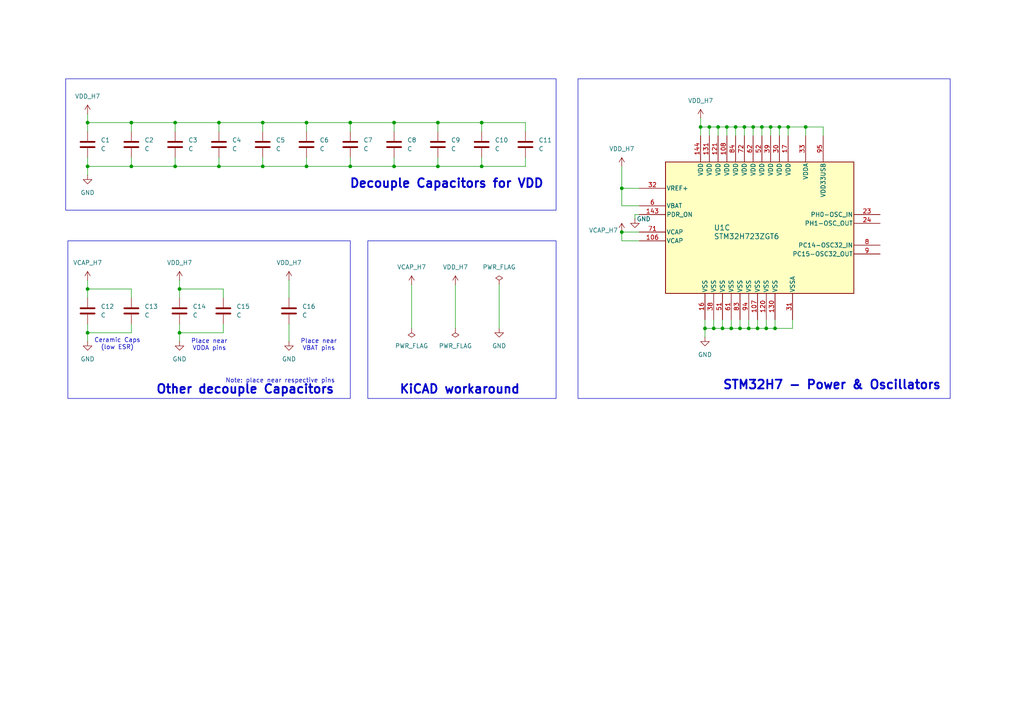
<source format=kicad_sch>
(kicad_sch (version 20231120) (generator "eeschema") (generator_version "8.0")
  (paper "A4")
  (lib_symbols
    (symbol "Device:C" (pin_numbers hide) (pin_names (offset 0.254))
      (property "Reference" "C" (at 0.635 2.54 0))
      (property "Value" "C" (at 0.635 -2.54 0))
      (symbol "C_0_1"
        (polyline (pts (xy -2.032 -0.762) (xy 2.032 -0.762)) (stroke (width 0.508)))
        (polyline (pts (xy -2.032 0.762) (xy 2.032 0.762)) (stroke (width 0.508)))
      )
      (symbol "C_1_1"
        (pin passive line (at 0 3.81 270) (length 2.794) (name "~") (number "1"))
        (pin passive line (at 0 -3.81 90) (length 2.794) (name "~") (number "2"))
      )
    )
    (symbol "STM32H723ZGT6:STM32H723ZGT6" (pin_names (offset 0.254))
      (property "Reference" "U" (at 13.716 -17.018 0))
      (property "Value" "STM32H723ZGT6" (at 22.098 -19.812 0))
      (symbol "STM32H723ZGT6_1_1"
        (rectangle (start 7.62 5.08) (end 58.42 -96.52) (stroke (width 0.254)) (fill (type background)))
        (pin bidirectional line (at 66.04 -27.94 180) (length 7.62) (name "PA8") (number "100"))
        (pin bidirectional line (at 66.04 -30.48 180) (length 7.62) (name "PA9") (number "101"))
        (pin bidirectional line (at 66.04 -33.02 180) (length 7.62) (name "PA10") (number "102"))
        (pin bidirectional line (at 66.04 -35.56 180) (length 7.62) (name "PA11") (number "103"))
        (pin bidirectional line (at 66.04 -38.1 180) (length 7.62) (name "PA12") (number "104"))
        (pin bidirectional line (at 66.04 -40.64 180) (length 7.62) (name "PA13") (number "105"))
        (pin bidirectional line (at 66.04 -43.18 180) (length 7.62) (name "PA14") (number "109"))
        (pin bidirectional line (at 66.04 -45.72 180) (length 7.62) (name "PA15") (number "110"))
        (pin bidirectional line (at 66.04 -76.2 180) (length 7.62) (name "PC10") (number "111"))
        (pin bidirectional line (at 66.04 -78.74 180) (length 7.62) (name "PC11") (number "112"))
        (pin bidirectional line (at 66.04 -81.28 180) (length 7.62) (name "PC12") (number "113"))
        (pin bidirectional line (at 0 -53.34 0) (length 7.62) (name "PD0") (number "114"))
        (pin bidirectional line (at 0 -55.88 0) (length 7.62) (name "PD1") (number "115"))
        (pin bidirectional line (at 0 -58.42 0) (length 7.62) (name "PD2") (number "116"))
        (pin bidirectional line (at 0 -60.96 0) (length 7.62) (name "PD3") (number "117"))
        (pin bidirectional line (at 0 -63.5 0) (length 7.62) (name "PD4") (number "118"))
        (pin bidirectional line (at 0 -66.04 0) (length 7.62) (name "PD5") (number "119"))
        (pin bidirectional line (at 0 -68.58 0) (length 7.62) (name "PD6") (number "122"))
        (pin bidirectional line (at 0 -71.12 0) (length 7.62) (name "PD7") (number "123"))
        (pin bidirectional line (at 0 -17.78 0) (length 7.62) (name "PB3") (number "133"))
        (pin bidirectional line (at 0 -20.32 0) (length 7.62) (name "PB4") (number "134"))
        (pin bidirectional line (at 0 -22.86 0) (length 7.62) (name "PB5") (number "135"))
        (pin bidirectional line (at 0 -25.4 0) (length 7.62) (name "PB6") (number "136"))
        (pin bidirectional line (at 0 -27.94 0) (length 7.62) (name "PB7") (number "137"))
        (pin input line (at 0 0 0) (length 7.62) (name "BOOT0") (number "138"))
        (pin bidirectional line (at 0 -30.48 0) (length 7.62) (name "PB8") (number "139"))
        (pin bidirectional line (at 0 -33.02 0) (length 7.62) (name "PB9") (number "140"))
        (pin bidirectional line (at 0 -5.08 0) (length 7.62) (name "NRST") (number "25"))
        (pin bidirectional line (at 66.04 -50.8 180) (length 7.62) (name "PC0") (number "26"))
        (pin bidirectional line (at 66.04 -53.34 180) (length 7.62) (name "PC1") (number "27"))
        (pin bidirectional line (at 66.04 -55.88 180) (length 7.62) (name "PC2_C") (number "28"))
        (pin bidirectional line (at 66.04 -58.42 180) (length 7.62) (name "PC3_C") (number "29"))
        (pin bidirectional line (at 66.04 -7.62 180) (length 7.62) (name "PA0") (number "34"))
        (pin bidirectional line (at 66.04 -10.16 180) (length 7.62) (name "PA1") (number "35"))
        (pin bidirectional line (at 66.04 -12.7 180) (length 7.62) (name "PA2") (number "36"))
        (pin bidirectional line (at 66.04 -15.24 180) (length 7.62) (name "PA3") (number "37"))
        (pin bidirectional line (at 66.04 -17.78 180) (length 7.62) (name "PA4") (number "40"))
        (pin bidirectional line (at 66.04 -20.32 180) (length 7.62) (name "PA5") (number "41"))
        (pin bidirectional line (at 66.04 -22.86 180) (length 7.62) (name "PA6") (number "42"))
        (pin bidirectional line (at 66.04 -25.4 180) (length 7.62) (name "PA7") (number "43"))
        (pin bidirectional line (at 66.04 -60.96 180) (length 7.62) (name "PC4") (number "44"))
        (pin bidirectional line (at 66.04 -63.5 180) (length 7.62) (name "PC5") (number "45"))
        (pin bidirectional line (at 0 -10.16 0) (length 7.62) (name "PB0") (number "46"))
        (pin bidirectional line (at 0 -12.7 0) (length 7.62) (name "PB1") (number "47"))
        (pin bidirectional line (at 0 -15.24 0) (length 7.62) (name "PB2") (number "48"))
        (pin bidirectional line (at 0 -35.56 0) (length 7.62) (name "PB10") (number "69"))
        (pin bidirectional line (at 66.04 -83.82 180) (length 7.62) (name "PC13") (number "7"))
        (pin bidirectional line (at 0 -38.1 0) (length 7.62) (name "PB11") (number "70"))
        (pin bidirectional line (at 0 -40.64 0) (length 7.62) (name "PB12") (number "73"))
        (pin bidirectional line (at 0 -43.18 0) (length 7.62) (name "PB13") (number "74"))
        (pin bidirectional line (at 0 -45.72 0) (length 7.62) (name "PB14") (number "75"))
        (pin bidirectional line (at 0 -48.26 0) (length 7.62) (name "PB15") (number "76"))
        (pin bidirectional line (at 0 -73.66 0) (length 7.62) (name "PD8") (number "77"))
        (pin bidirectional line (at 0 -76.2 0) (length 7.62) (name "PD9") (number "78"))
        (pin bidirectional line (at 0 -78.74 0) (length 7.62) (name "PD10") (number "79"))
        (pin bidirectional line (at 0 -81.28 0) (length 7.62) (name "PD11") (number "80"))
        (pin bidirectional line (at 0 -83.82 0) (length 7.62) (name "PD12") (number "81"))
        (pin bidirectional line (at 0 -86.36 0) (length 7.62) (name "PD13") (number "82"))
        (pin bidirectional line (at 0 -88.9 0) (length 7.62) (name "PD14") (number "85"))
        (pin bidirectional line (at 0 -91.44 0) (length 7.62) (name "PD15") (number "86"))
        (pin bidirectional line (at 66.04 -66.04 180) (length 7.62) (name "PC6") (number "96"))
        (pin bidirectional line (at 66.04 -68.58 180) (length 7.62) (name "PC7") (number "97"))
        (pin bidirectional line (at 66.04 -71.12 180) (length 7.62) (name "PC8") (number "98"))
        (pin bidirectional line (at 66.04 -73.66 180) (length 7.62) (name "PC9") (number "99"))
      )
      (symbol "STM32H723ZGT6_2_1"
        (rectangle (start 7.62 5.08) (end 43.18 -86.36) (stroke (width 0.254)) (fill (type background)))
        (pin bidirectional line (at 50.8 -5.08 180) (length 7.62) (name "PE2") (number "1"))
        (pin bidirectional line (at 0 0 0) (length 7.62) (name "PF0") (number "10"))
        (pin bidirectional line (at 0 -2.54 0) (length 7.62) (name "PF1") (number "11"))
        (pin bidirectional line (at 0 -5.08 0) (length 7.62) (name "PF2") (number "12"))
        (pin bidirectional line (at 50.8 -66.04 180) (length 7.62) (name "PG9") (number "124"))
        (pin bidirectional line (at 50.8 -68.58 180) (length 7.62) (name "PG10") (number "125"))
        (pin bidirectional line (at 50.8 -71.12 180) (length 7.62) (name "PG11") (number "126"))
        (pin bidirectional line (at 50.8 -73.66 180) (length 7.62) (name "PG12") (number "127"))
        (pin bidirectional line (at 50.8 -76.2 180) (length 7.62) (name "PG13") (number "128"))
        (pin bidirectional line (at 50.8 -78.74 180) (length 7.62) (name "PG14") (number "129"))
        (pin bidirectional line (at 0 -7.62 0) (length 7.62) (name "PF3") (number "13"))
        (pin bidirectional line (at 50.8 -81.28 180) (length 7.62) (name "PG15") (number "132"))
        (pin bidirectional line (at 0 -10.16 0) (length 7.62) (name "PF4") (number "14"))
        (pin bidirectional line (at 50.8 0 180) (length 7.62) (name "PE0") (number "141"))
        (pin bidirectional line (at 50.8 -2.54 180) (length 7.62) (name "PE1") (number "142"))
        (pin bidirectional line (at 0 -12.7 0) (length 7.62) (name "PF5") (number "15"))
        (pin bidirectional line (at 0 -15.24 0) (length 7.62) (name "PF6") (number "18"))
        (pin bidirectional line (at 0 -17.78 0) (length 7.62) (name "PF7") (number "19"))
        (pin bidirectional line (at 50.8 -7.62 180) (length 7.62) (name "PE3") (number "2"))
        (pin bidirectional line (at 0 -20.32 0) (length 7.62) (name "PF8") (number "20"))
        (pin bidirectional line (at 0 -22.86 0) (length 7.62) (name "PF9") (number "21"))
        (pin bidirectional line (at 0 -25.4 0) (length 7.62) (name "PF10") (number "22"))
        (pin bidirectional line (at 50.8 -10.16 180) (length 7.62) (name "PE4") (number "3"))
        (pin bidirectional line (at 50.8 -12.7 180) (length 7.62) (name "PE5") (number "4"))
        (pin bidirectional line (at 0 -27.94 0) (length 7.62) (name "PF11") (number "49"))
        (pin bidirectional line (at 50.8 -15.24 180) (length 7.62) (name "PE6") (number "5"))
        (pin bidirectional line (at 0 -30.48 0) (length 7.62) (name "PF12") (number "50"))
        (pin bidirectional line (at 0 -33.02 0) (length 7.62) (name "PF13") (number "53"))
        (pin bidirectional line (at 0 -35.56 0) (length 7.62) (name "PF14") (number "54"))
        (pin bidirectional line (at 0 -38.1 0) (length 7.62) (name "PF15") (number "55"))
        (pin bidirectional line (at 50.8 -43.18 180) (length 7.62) (name "PG0") (number "56"))
        (pin bidirectional line (at 50.8 -45.72 180) (length 7.62) (name "PG1") (number "57"))
        (pin bidirectional line (at 50.8 -17.78 180) (length 7.62) (name "PE7") (number "58"))
        (pin bidirectional line (at 50.8 -20.32 180) (length 7.62) (name "PE8") (number "59"))
        (pin bidirectional line (at 50.8 -22.86 180) (length 7.62) (name "PE9") (number "60"))
        (pin bidirectional line (at 50.8 -25.4 180) (length 7.62) (name "PE10") (number "63"))
        (pin bidirectional line (at 50.8 -27.94 180) (length 7.62) (name "PE11") (number "64"))
        (pin bidirectional line (at 50.8 -30.48 180) (length 7.62) (name "PE12") (number "65"))
        (pin bidirectional line (at 50.8 -33.02 180) (length 7.62) (name "PE13") (number "66"))
        (pin bidirectional line (at 50.8 -35.56 180) (length 7.62) (name "PE14") (number "67"))
        (pin bidirectional line (at 50.8 -38.1 180) (length 7.62) (name "PE15") (number "68"))
        (pin bidirectional line (at 50.8 -48.26 180) (length 7.62) (name "PG2") (number "87"))
        (pin bidirectional line (at 50.8 -50.8 180) (length 7.62) (name "PG3") (number "88"))
        (pin bidirectional line (at 50.8 -53.34 180) (length 7.62) (name "PG4") (number "89"))
        (pin bidirectional line (at 50.8 -55.88 180) (length 7.62) (name "PG5") (number "90"))
        (pin bidirectional line (at 50.8 -58.42 180) (length 7.62) (name "PG6") (number "91"))
        (pin bidirectional line (at 50.8 -60.96 180) (length 7.62) (name "PG7") (number "92"))
        (pin bidirectional line (at 50.8 -63.5 180) (length 7.62) (name "PG8") (number "93"))
      )
      (symbol "STM32H723ZGT6_3_1"
        (rectangle (start 0 0) (end 54.61 -38.1) (stroke (width 0.254)) (fill (type background)))
        (pin power_in line (at -7.62 -22.86 0) (length 7.62) (name "VCAP") (number "106"))
        (pin power_in line (at 26.67 -45.72 90) (length 7.62) (name "VSS") (number "107"))
        (pin power_in line (at 17.78 7.62 270) (length 7.62) (name "VDD") (number "108"))
        (pin power_in line (at 29.21 -45.72 90) (length 7.62) (name "VSS") (number "120"))
        (pin power_in line (at 15.24 7.62 270) (length 7.62) (name "VDD") (number "121"))
        (pin power_in line (at 31.75 -45.72 90) (length 7.62) (name "VSS") (number "130"))
        (pin power_in line (at 12.7 7.62 270) (length 7.62) (name "VDD") (number "131"))
        (pin power_in line (at -7.62 -15.24 0) (length 7.62) (name "PDR_ON") (number "143"))
        (pin power_in line (at 10.16 7.62 270) (length 7.62) (name "VDD") (number "144"))
        (pin power_in line (at 11.43 -45.72 90) (length 7.62) (name "VSS") (number "16"))
        (pin power_in line (at 35.56 7.62 270) (length 7.62) (name "VDD") (number "17"))
        (pin bidirectional line (at 62.23 -15.24 180) (length 7.62) (name "PH0-OSC_IN") (number "23"))
        (pin bidirectional line (at 62.23 -17.78 180) (length 7.62) (name "PH1-OSC_OUT") (number "24"))
        (pin power_in line (at 33.02 7.62 270) (length 7.62) (name "VDD") (number "30"))
        (pin power_in line (at 36.83 -45.72 90) (length 7.62) (name "VSSA") (number "31"))
        (pin power_in line (at -7.62 -7.62 0) (length 7.62) (name "VREF+") (number "32"))
        (pin power_in line (at 40.64 7.62 270) (length 7.62) (name "VDDA") (number "33"))
        (pin power_in line (at 13.97 -45.72 90) (length 7.62) (name "VSS") (number "38"))
        (pin power_in line (at 30.48 7.62 270) (length 7.62) (name "VDD") (number "39"))
        (pin power_in line (at 16.51 -45.72 90) (length 7.62) (name "VSS") (number "51"))
        (pin power_in line (at 27.94 7.62 270) (length 7.62) (name "VDD") (number "52"))
        (pin power_in line (at -7.62 -12.7 0) (length 7.62) (name "VBAT") (number "6"))
        (pin power_in line (at 19.05 -45.72 90) (length 7.62) (name "VSS") (number "61"))
        (pin power_in line (at 25.4 7.62 270) (length 7.62) (name "VDD") (number "62"))
        (pin power_in line (at -7.62 -20.32 0) (length 7.62) (name "VCAP") (number "71"))
        (pin power_in line (at 22.86 7.62 270) (length 7.62) (name "VDD") (number "72"))
        (pin bidirectional line (at 62.23 -24.13 180) (length 7.62) (name "PC14-OSC32_IN") (number "8"))
        (pin power_in line (at 21.59 -45.72 90) (length 7.62) (name "VSS") (number "83"))
        (pin power_in line (at 20.32 7.62 270) (length 7.62) (name "VDD") (number "84"))
        (pin bidirectional line (at 62.23 -26.67 180) (length 7.62) (name "PC15-OSC32_OUT") (number "9"))
        (pin power_in line (at 24.13 -45.72 90) (length 7.62) (name "VSS") (number "94"))
        (pin power_in line (at 45.72 7.62 270) (length 7.62) (name "VDD33USB") (number "95"))
      )
    )
    (symbol "power:GND" (power) (pin_numbers hide) (pin_names (offset 0) hide)
      (property "Value" "GND" (at 0 -3.81 0))
      (symbol "GND_0_1"
        (polyline (pts (xy 0 0) (xy 0 -1.27) (xy 1.27 -1.27) (xy 0 -2.54) (xy -1.27 -1.27) (xy 0 -1.27)))
      )
      (symbol "GND_1_1"
        (pin power_in line (at 0 0 270) (length 0) (name "~") (number "1"))
      )
    )
    (symbol "power:PWR_FLAG" (power) (pin_numbers hide) (pin_names (offset 0) hide)
      (property "Value" "PWR_FLAG" (at 0 3.81 0))
      (symbol "PWR_FLAG_0_0"
        (pin power_out line (at 0 0 90) (length 0) (name "~") (number "1"))
      )
      (symbol "PWR_FLAG_0_1"
        (polyline (pts (xy 0 0) (xy 0 1.27) (xy -1.016 1.905) (xy 0 2.54) (xy 1.016 1.905) (xy 0 1.27)))
      )
    )
    (symbol "power:VDD" (power) (pin_numbers hide) (pin_names (offset 0) hide)
      (property "Value" "VDD" (at 0 3.556 0))
      (symbol "VDD_0_1"
        (polyline (pts (xy -0.762 1.27) (xy 0 2.54)))
        (polyline (pts (xy 0 0) (xy 0 2.54)))
        (polyline (pts (xy 0 2.54) (xy 0.762 1.27)))
      )
      (symbol "VDD_1_1"
        (pin power_in line (at 0 0 90) (length 0) (name "~") (number "1"))
      )
    )
  )
  (junction (at 38.1 48.26))
  (junction (at 25.4 35.56))
  (junction (at 25.4 96.52))
  (junction (at 52.07 83.82))
  (junction (at 114.3 35.56))
  (junction (at 76.2 35.56))
  (junction (at 215.9 36.83))
  (junction (at 204.47 95.25))
  (junction (at 180.34 54.61))
  (junction (at 226.06 36.83))
  (junction (at 208.28 36.83))
  (junction (at 139.7 35.56))
  (junction (at 212.09 95.25))
  (junction (at 114.3 48.26))
  (junction (at 218.44 36.83))
  (junction (at 210.82 36.83))
  (junction (at 217.17 95.25))
  (junction (at 25.4 83.82))
  (junction (at 50.8 35.56))
  (junction (at 220.98 36.83))
  (junction (at 52.07 96.52))
  (junction (at 180.34 67.31))
  (junction (at 101.6 35.56))
  (junction (at 219.71 95.25))
  (junction (at 207.01 95.25))
  (junction (at 139.7 48.26))
  (junction (at 222.25 95.25))
  (junction (at 127 48.26))
  (junction (at 205.74 36.83))
  (junction (at 224.79 95.25))
  (junction (at 63.5 35.56))
  (junction (at 88.9 48.26))
  (junction (at 213.36 36.83))
  (junction (at 228.6 36.83))
  (junction (at 76.2 48.26))
  (junction (at 50.8 48.26))
  (junction (at 25.4 48.26))
  (junction (at 63.5 48.26))
  (junction (at 101.6 48.26))
  (junction (at 233.68 36.83))
  (junction (at 88.9 35.56))
  (junction (at 209.55 95.25))
  (junction (at 223.52 36.83))
  (junction (at 38.1 35.56))
  (junction (at 214.63 95.25))
  (junction (at 203.2 36.83))
  (junction (at 127 35.56))
  (wire (pts (xy 127 35.56) (xy 127 38.1)))
  (wire (pts (xy 76.2 35.56) (xy 76.2 38.1)))
  (wire (pts (xy 38.1 83.82) (xy 38.1 86.36)))
  (wire (pts (xy 38.1 48.26) (xy 50.8 48.26)))
  (wire (pts (xy 139.7 48.26) (xy 152.4 48.26)))
  (wire (pts (xy 213.36 36.83) (xy 213.36 39.37)))
  (wire (pts (xy 25.4 48.26) (xy 38.1 48.26)))
  (wire (pts (xy 63.5 48.26) (xy 76.2 48.26)))
  (wire (pts (xy 220.98 36.83) (xy 220.98 39.37)))
  (wire (pts (xy 214.63 95.25) (xy 212.09 95.25)))
  (wire (pts (xy 209.55 92.71) (xy 209.55 95.25)))
  (wire (pts (xy 185.42 62.23) (xy 184.15 62.23)))
  (wire (pts (xy 223.52 36.83) (xy 226.06 36.83)))
  (wire (pts (xy 76.2 35.56) (xy 88.9 35.56)))
  (wire (pts (xy 25.4 45.72) (xy 25.4 48.26)))
  (wire (pts (xy 63.5 35.56) (xy 63.5 38.1)))
  (wire (pts (xy 213.36 36.83) (xy 215.9 36.83)))
  (wire (pts (xy 185.42 59.69) (xy 180.34 59.69)))
  (wire (pts (xy 228.6 36.83) (xy 228.6 39.37)))
  (wire (pts (xy 76.2 45.72) (xy 76.2 48.26)))
  (wire (pts (xy 50.8 35.56) (xy 63.5 35.56)))
  (wire (pts (xy 218.44 36.83) (xy 220.98 36.83)))
  (wire (pts (xy 228.6 36.83) (xy 233.68 36.83)))
  (wire (pts (xy 184.15 62.23) (xy 184.15 63.5)))
  (wire (pts (xy 144.78 82.55) (xy 144.78 95.25)))
  (wire (pts (xy 180.34 48.26) (xy 180.34 54.61)))
  (wire (pts (xy 25.4 83.82) (xy 25.4 86.36)))
  (wire (pts (xy 25.4 81.28) (xy 25.4 83.82)))
  (wire (pts (xy 25.4 93.98) (xy 25.4 96.52)))
  (wire (pts (xy 233.68 36.83) (xy 238.76 36.83)))
  (wire (pts (xy 139.7 35.56) (xy 139.7 38.1)))
  (wire (pts (xy 180.34 54.61) (xy 185.42 54.61)))
  (wire (pts (xy 50.8 48.26) (xy 63.5 48.26)))
  (wire (pts (xy 63.5 45.72) (xy 63.5 48.26)))
  (wire (pts (xy 52.07 96.52) (xy 64.77 96.52)))
  (wire (pts (xy 222.25 95.25) (xy 219.71 95.25)))
  (wire (pts (xy 229.87 92.71) (xy 229.87 95.25)))
  (wire (pts (xy 180.34 69.85) (xy 180.34 67.31)))
  (wire (pts (xy 219.71 92.71) (xy 219.71 95.25)))
  (wire (pts (xy 185.42 69.85) (xy 180.34 69.85)))
  (wire (pts (xy 83.82 93.98) (xy 83.82 99.06)))
  (wire (pts (xy 63.5 35.56) (xy 76.2 35.56)))
  (wire (pts (xy 214.63 92.71) (xy 214.63 95.25)))
  (wire (pts (xy 127 48.26) (xy 139.7 48.26)))
  (wire (pts (xy 114.3 35.56) (xy 114.3 38.1)))
  (wire (pts (xy 101.6 48.26) (xy 114.3 48.26)))
  (wire (pts (xy 52.07 83.82) (xy 52.07 86.36)))
  (wire (pts (xy 25.4 35.56) (xy 38.1 35.56)))
  (wire (pts (xy 207.01 92.71) (xy 207.01 95.25)))
  (wire (pts (xy 101.6 35.56) (xy 114.3 35.56)))
  (wire (pts (xy 203.2 36.83) (xy 205.74 36.83)))
  (wire (pts (xy 50.8 45.72) (xy 50.8 48.26)))
  (wire (pts (xy 25.4 96.52) (xy 38.1 96.52)))
  (wire (pts (xy 220.98 36.83) (xy 223.52 36.83)))
  (wire (pts (xy 38.1 35.56) (xy 38.1 38.1)))
  (wire (pts (xy 88.9 35.56) (xy 101.6 35.56)))
  (wire (pts (xy 208.28 36.83) (xy 208.28 39.37)))
  (wire (pts (xy 204.47 95.25) (xy 204.47 97.79)))
  (wire (pts (xy 52.07 83.82) (xy 64.77 83.82)))
  (wire (pts (xy 25.4 48.26) (xy 25.4 50.8)))
  (wire (pts (xy 212.09 95.25) (xy 209.55 95.25)))
  (wire (pts (xy 127 35.56) (xy 139.7 35.56)))
  (wire (pts (xy 127 45.72) (xy 127 48.26)))
  (wire (pts (xy 114.3 35.56) (xy 127 35.56)))
  (wire (pts (xy 180.34 54.61) (xy 180.34 59.69)))
  (wire (pts (xy 83.82 81.28) (xy 83.82 86.36)))
  (wire (pts (xy 222.25 92.71) (xy 222.25 95.25)))
  (wire (pts (xy 224.79 92.71) (xy 224.79 95.25)))
  (wire (pts (xy 52.07 93.98) (xy 52.07 96.52)))
  (wire (pts (xy 101.6 35.56) (xy 101.6 38.1)))
  (wire (pts (xy 218.44 36.83) (xy 218.44 39.37)))
  (wire (pts (xy 25.4 83.82) (xy 38.1 83.82)))
  (wire (pts (xy 88.9 35.56) (xy 88.9 38.1)))
  (wire (pts (xy 223.52 36.83) (xy 223.52 39.37)))
  (wire (pts (xy 64.77 83.82) (xy 64.77 86.36)))
  (wire (pts (xy 101.6 45.72) (xy 101.6 48.26)))
  (wire (pts (xy 180.34 67.31) (xy 185.42 67.31)))
  (wire (pts (xy 219.71 95.25) (xy 217.17 95.25)))
  (wire (pts (xy 88.9 45.72) (xy 88.9 48.26)))
  (wire (pts (xy 38.1 45.72) (xy 38.1 48.26)))
  (wire (pts (xy 205.74 36.83) (xy 208.28 36.83)))
  (wire (pts (xy 209.55 95.25) (xy 207.01 95.25)))
  (wire (pts (xy 139.7 35.56) (xy 152.4 35.56)))
  (wire (pts (xy 119.38 82.55) (xy 119.38 95.25)))
  (wire (pts (xy 203.2 34.29) (xy 203.2 36.83)))
  (wire (pts (xy 224.79 95.25) (xy 222.25 95.25)))
  (wire (pts (xy 152.4 35.56) (xy 152.4 38.1)))
  (wire (pts (xy 226.06 36.83) (xy 226.06 39.37)))
  (wire (pts (xy 152.4 45.72) (xy 152.4 48.26)))
  (wire (pts (xy 210.82 36.83) (xy 213.36 36.83)))
  (wire (pts (xy 238.76 39.37) (xy 238.76 36.83)))
  (wire (pts (xy 204.47 92.71) (xy 204.47 95.25)))
  (wire (pts (xy 224.79 95.25) (xy 229.87 95.25)))
  (wire (pts (xy 114.3 48.26) (xy 127 48.26)))
  (wire (pts (xy 233.68 36.83) (xy 233.68 39.37)))
  (wire (pts (xy 205.74 36.83) (xy 205.74 39.37)))
  (wire (pts (xy 217.17 95.25) (xy 214.63 95.25)))
  (wire (pts (xy 50.8 35.56) (xy 50.8 38.1)))
  (wire (pts (xy 215.9 36.83) (xy 218.44 36.83)))
  (wire (pts (xy 88.9 48.26) (xy 101.6 48.26)))
  (wire (pts (xy 217.17 92.71) (xy 217.17 95.25)))
  (wire (pts (xy 38.1 93.98) (xy 38.1 96.52)))
  (wire (pts (xy 132.08 82.55) (xy 132.08 95.25)))
  (wire (pts (xy 38.1 35.56) (xy 50.8 35.56)))
  (wire (pts (xy 25.4 96.52) (xy 25.4 99.06)))
  (wire (pts (xy 212.09 92.71) (xy 212.09 95.25)))
  (wire (pts (xy 210.82 36.83) (xy 210.82 39.37)))
  (wire (pts (xy 207.01 95.25) (xy 204.47 95.25)))
  (wire (pts (xy 208.28 36.83) (xy 210.82 36.83)))
  (wire (pts (xy 114.3 45.72) (xy 114.3 48.26)))
  (wire (pts (xy 25.4 35.56) (xy 25.4 38.1)))
  (wire (pts (xy 215.9 36.83) (xy 215.9 39.37)))
  (wire (pts (xy 25.4 33.02) (xy 25.4 35.56)))
  (wire (pts (xy 203.2 36.83) (xy 203.2 39.37)))
  (wire (pts (xy 52.07 96.52) (xy 52.07 99.06)))
  (wire (pts (xy 139.7 45.72) (xy 139.7 48.26)))
  (wire (pts (xy 64.77 93.98) (xy 64.77 96.52)))
  (wire (pts (xy 76.2 48.26) (xy 88.9 48.26)))
  (wire (pts (xy 226.06 36.83) (xy 228.6 36.83)))
  (wire (pts (xy 52.07 81.28) (xy 52.07 83.82)))
  (rectangle (start 106.68 69.85) (end 161.29 115.57))
  (rectangle (start 19.05 22.86) (end 161.29 60.96))
  (rectangle (start 19.685 69.85) (end 101.6 115.57))
  (rectangle (start 167.64 22.86) (end 275.59 115.57))
  (text "Place near\nVBAT pins" (at 92.456 100.076 0) (effects (font (size 1.27 1.27))))
  (text "STM32H7 - Power & Oscillators" (at 241.3 111.76 0) (effects (font (size 2.54 2.54) (bold yes))))
  (text "Ceramic Caps\n(low ESR)" (at 34.036 99.822 0) (effects (font (size 1.27 1.27))))
  (text "Place near\nVDDA pins" (at 60.706 100.076 0) (effects (font (size 1.27 1.27))))
  (text "Note: place near respective pins" (at 81.28 110.49 0) (effects (font (size 1.27 1.27))))
  (text "Other decouple Capacitors" (at 71.12 113.03 0) (effects (font (size 2.54 2.54) (thickness 0.508) (bold yes))))
  (text "Decouple Capacitors for VDD" (at 129.54 53.34 0) (effects (font (size 2.54 2.54) (bold yes))))
  (text "KiCAD workaround" (at 133.35 113.03 0) (effects (font (size 2.54 2.54) (thickness 0.508) (bold yes))))
  (symbol (lib_id "power:PWR_FLAG") (at 132.08 95.25 180) (unit 1)
    (property "Reference" "#FLG01" (effects (hide yes)))
    (property "Value" "PWR_FLAG" (at 132.08 100.33 0))
    (property "Description" "Special symbol for telling ERC where power comes from" (effects (hide yes)))
  )
  (symbol (lib_id "Device:C") (at 64.77 90.17 0) (unit 1)
    (property "Reference" "C15" (at 68.58 88.8999 0) (effects (justify left)))
    (property "Value" "C" (at 68.58 91.4399 0) (effects (justify left)))
    (property "Description" "Unpolarized capacitor" (effects (hide yes)))
  )
  (symbol (lib_id "Device:C") (at 139.7 41.91 0) (unit 1)
    (property "Reference" "C10" (at 143.51 40.6399 0) (effects (justify left)))
    (property "Value" "C" (at 143.51 43.1799 0) (effects (justify left)))
    (property "Description" "Unpolarized capacitor" (effects (hide yes)))
  )
  (symbol (lib_id "power:VDD") (at 132.08 82.55 0) (unit 1)
    (property "Reference" "#PWR09" (effects (hide yes)))
    (property "Value" "VDD_H7" (at 132.08 77.47 0))
    (property "Description" "Power symbol creates a global label with name \"VDD\"" (effects (hide yes)))
  )
  (symbol (lib_id "power:PWR_FLAG") (at 119.38 95.25 180) (unit 1)
    (property "Reference" "#FLG03" (effects (hide yes)))
    (property "Value" "PWR_FLAG" (at 119.38 100.33 0))
    (property "Description" "Special symbol for telling ERC where power comes from" (effects (hide yes)))
  )
  (symbol (lib_id "Device:C") (at 101.6 41.91 0) (unit 1)
    (property "Reference" "C7" (at 105.41 40.6399 0) (effects (justify left)))
    (property "Value" "C" (at 105.41 43.1799 0) (effects (justify left)))
    (property "Description" "Unpolarized capacitor" (effects (hide yes)))
  )
  (symbol (lib_id "power:GND") (at 184.15 63.5 0) (unit 1)
    (property "Reference" "#PWR04" (effects (hide yes)))
    (property "Value" "GND" (at 186.69 63.5 0))
    (property "Description" "Power symbol creates a global label with name \"GND\" , ground" (effects (hide yes)))
  )
  (symbol (lib_id "Device:C") (at 152.4 41.91 0) (unit 1)
    (property "Reference" "C11" (at 156.21 40.6399 0) (effects (justify left)))
    (property "Value" "C" (at 156.21 43.1799 0) (effects (justify left)))
    (property "Description" "Unpolarized capacitor" (effects (hide yes)))
  )
  (symbol (lib_id "power:VDD") (at 180.34 48.26 0) (unit 1)
    (property "Reference" "#PWR016" (effects (hide yes)))
    (property "Value" "VDD_H7" (at 180.34 43.18 0))
    (property "Description" "Power symbol creates a global label with name \"VDD\"" (effects (hide yes)))
  )
  (symbol (lib_id "power:VDD") (at 119.38 82.55 0) (unit 1)
    (property "Reference" "#PWR015" (effects (hide yes)))
    (property "Value" "VCAP_H7" (at 119.38 77.47 0))
    (property "Description" "Power symbol creates a global label with name \"VDD\"" (effects (hide yes)))
  )
  (symbol (lib_id "power:VDD") (at 52.07 81.28 0) (unit 1)
    (property "Reference" "#PWR07" (effects (hide yes)))
    (property "Value" "VDD_H7" (at 52.07 76.2 0))
    (property "Description" "Power symbol creates a global label with name \"VDD\"" (effects (hide yes)))
  )
  (symbol (lib_id "power:GND") (at 204.47 97.79 0) (unit 1)
    (property "Reference" "#PWR014" (effects (hide yes)))
    (property "Value" "GND" (at 204.47 102.87 0))
    (property "Description" "Power symbol creates a global label with name \"GND\" , ground" (effects (hide yes)))
  )
  (symbol (lib_id "power:VDD") (at 25.4 81.28 0) (unit 1)
    (property "Reference" "#PWR06" (effects (hide yes)))
    (property "Value" "VCAP_H7" (at 25.4 76.2 0))
    (property "Description" "Power symbol creates a global label with name \"VDD\"" (effects (hide yes)))
  )
  (symbol (lib_id "power:GND") (at 25.4 99.06 0) (unit 1)
    (property "Reference" "#PWR011" (effects (hide yes)))
    (property "Value" "GND" (at 25.4 104.14 0))
    (property "Description" "Power symbol creates a global label with name \"GND\" , ground" (effects (hide yes)))
  )
  (symbol (lib_id "power:VDD") (at 180.34 67.31 0) (unit 1)
    (property "Reference" "#PWR05" (effects (hide yes)))
    (property "Value" "VCAP_H7" (at 175.006 66.802 0))
    (property "Description" "Power symbol creates a global label with name \"VDD\"" (effects (hide yes)))
  )
  (symbol (lib_id "Device:C") (at 25.4 41.91 0) (unit 1)
    (property "Reference" "C1" (at 29.21 40.6399 0) (effects (justify left)))
    (property "Value" "C" (at 29.21 43.1799 0) (effects (justify left)))
    (property "Description" "Unpolarized capacitor" (effects (hide yes)))
  )
  (symbol (lib_id "power:GND") (at 52.07 99.06 0) (unit 1)
    (property "Reference" "#PWR012" (effects (hide yes)))
    (property "Value" "GND" (at 52.07 104.14 0))
    (property "Description" "Power symbol creates a global label with name \"GND\" , ground" (effects (hide yes)))
  )
  (symbol (lib_id "Device:C") (at 76.2 41.91 0) (unit 1)
    (property "Reference" "C5" (at 80.01 40.6399 0) (effects (justify left)))
    (property "Value" "C" (at 80.01 43.1799 0) (effects (justify left)))
    (property "Description" "Unpolarized capacitor" (effects (hide yes)))
  )
  (symbol (lib_id "power:GND") (at 144.78 95.25 0) (unit 1)
    (property "Reference" "#PWR010" (effects (hide yes)))
    (property "Value" "GND" (at 144.78 100.33 0))
    (property "Description" "Power symbol creates a global label with name \"GND\" , ground" (effects (hide yes)))
  )
  (symbol (lib_id "power:VDD") (at 83.82 81.28 0) (unit 1)
    (property "Reference" "#PWR08" (effects (hide yes)))
    (property "Value" "VDD_H7" (at 83.82 76.2 0))
    (property "Description" "Power symbol creates a global label with name \"VDD\"" (effects (hide yes)))
  )
  (symbol (lib_id "Device:C") (at 25.4 90.17 0) (unit 1)
    (property "Reference" "C12" (at 29.21 88.8999 0) (effects (justify left)))
    (property "Value" "C" (at 29.21 91.4399 0) (effects (justify left)))
    (property "Description" "Unpolarized capacitor" (effects (hide yes)))
  )
  (symbol (lib_id "Device:C") (at 88.9 41.91 0) (unit 1)
    (property "Reference" "C6" (at 92.71 40.6399 0) (effects (justify left)))
    (property "Value" "C" (at 92.71 43.1799 0) (effects (justify left)))
    (property "Description" "Unpolarized capacitor" (effects (hide yes)))
  )
  (symbol (lib_id "Device:C") (at 52.07 90.17 0) (unit 1)
    (property "Reference" "C14" (at 55.88 88.8999 0) (effects (justify left)))
    (property "Value" "C" (at 55.88 91.4399 0) (effects (justify left)))
    (property "Description" "Unpolarized capacitor" (effects (hide yes)))
  )
  (symbol (lib_id "power:GND") (at 25.4 50.8 0) (unit 1)
    (property "Reference" "#PWR02" (effects (hide yes)))
    (property "Value" "GND" (at 25.4 55.88 0))
    (property "Description" "Power symbol creates a global label with name \"GND\" , ground" (effects (hide yes)))
  )
  (symbol (lib_id "Device:C") (at 63.5 41.91 0) (unit 1)
    (property "Reference" "C4" (at 67.31 40.6399 0) (effects (justify left)))
    (property "Value" "C" (at 67.31 43.1799 0) (effects (justify left)))
    (property "Description" "Unpolarized capacitor" (effects (hide yes)))
  )
  (symbol (lib_id "power:GND") (at 83.82 99.06 0) (unit 1)
    (property "Reference" "#PWR013" (effects (hide yes)))
    (property "Value" "GND" (at 83.82 104.14 0))
    (property "Description" "Power symbol creates a global label with name \"GND\" , ground" (effects (hide yes)))
  )
  (symbol (lib_id "Device:C") (at 114.3 41.91 0) (unit 1)
    (property "Reference" "C8" (at 118.11 40.6399 0) (effects (justify left)))
    (property "Value" "C" (at 118.11 43.1799 0) (effects (justify left)))
    (property "Description" "Unpolarized capacitor" (effects (hide yes)))
  )
  (symbol (lib_id "Device:C") (at 127 41.91 0) (unit 1)
    (property "Reference" "C9" (at 130.81 40.6399 0) (effects (justify left)))
    (property "Value" "C" (at 130.81 43.1799 0) (effects (justify left)))
    (property "Description" "Unpolarized capacitor" (effects (hide yes)))
  )
  (symbol (lib_id "STM32H723ZGT6:STM32H723ZGT6") (at 193.04 46.99 0) (unit 3)
    (property "Reference" "U1" (at 207.01 66.04 0) (effects (font (size 1.524 1.524)) (justify left)))
    (property "Value" "STM32H723ZGT6" (at 207.01 68.58 0) (effects (font (size 1.524 1.524)) (justify left)))
    (property "Footprint" "LQFP144_STM" (effects (hide yes)))
    (property "Datasheet" "STM32H723ZGT6" (effects (hide yes)))
  )
  (symbol (lib_id "Device:C") (at 38.1 90.17 0) (unit 1)
    (property "Reference" "C13" (at 41.91 88.8999 0) (effects (justify left)))
    (property "Value" "C" (at 41.91 91.4399 0) (effects (justify left)))
    (property "Description" "Unpolarized capacitor" (effects (hide yes)))
  )
  (symbol (lib_id "Device:C") (at 83.82 90.17 0) (unit 1)
    (property "Reference" "C16" (at 87.63 88.8999 0) (effects (justify left)))
    (property "Value" "C" (at 87.63 91.4399 0) (effects (justify left)))
    (property "Description" "Unpolarized capacitor" (effects (hide yes)))
  )
  (symbol (lib_id "power:VDD") (at 203.2 34.29 0) (unit 1)
    (property "Reference" "#PWR03" (effects (hide yes)))
    (property "Value" "VDD_H7" (at 203.2 29.21 0))
    (property "Description" "Power symbol creates a global label with name \"VDD\"" (effects (hide yes)))
  )
  (symbol (lib_id "Device:C") (at 38.1 41.91 0) (unit 1)
    (property "Reference" "C2" (at 41.91 40.6399 0) (effects (justify left)))
    (property "Value" "C" (at 41.91 43.1799 0) (effects (justify left)))
    (property "Description" "Unpolarized capacitor" (effects (hide yes)))
  )
  (symbol (lib_id "power:VDD") (at 25.4 33.02 0) (unit 1)
    (property "Reference" "#PWR01" (effects (hide yes)))
    (property "Value" "VDD_H7" (at 25.4 27.94 0))
    (property "Description" "Power symbol creates a global label with name \"VDD\"" (effects (hide yes)))
  )
  (symbol (lib_id "power:PWR_FLAG") (at 144.78 82.55 0) (unit 1)
    (property "Reference" "#FLG02" (effects (hide yes)))
    (property "Value" "PWR_FLAG" (at 144.78 77.47 0))
    (property "Description" "Special symbol for telling ERC where power comes from" (effects (hide yes)))
  )
  (symbol (lib_id "Device:C") (at 50.8 41.91 0) (unit 1)
    (property "Reference" "C3" (at 54.61 40.6399 0) (effects (justify left)))
    (property "Value" "C" (at 54.61 43.1799 0) (effects (justify left)))
    (property "Description" "Unpolarized capacitor" (effects (hide yes)))
  )
)
</source>
